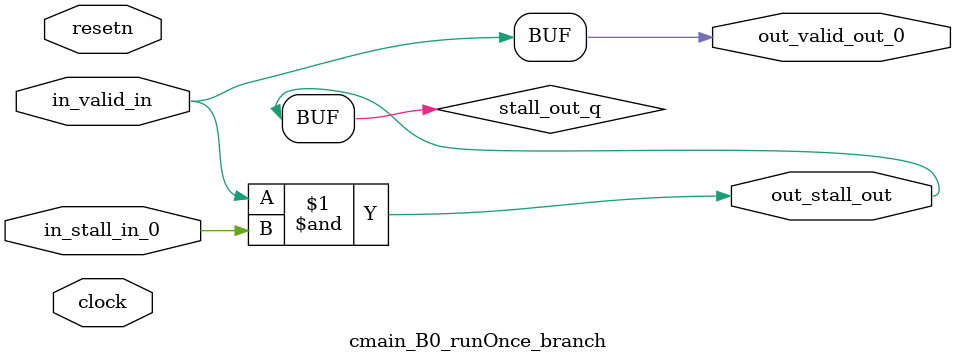
<source format=sv>



(* altera_attribute = "-name AUTO_SHIFT_REGISTER_RECOGNITION OFF; -name MESSAGE_DISABLE 10036; -name MESSAGE_DISABLE 10037; -name MESSAGE_DISABLE 14130; -name MESSAGE_DISABLE 14320; -name MESSAGE_DISABLE 15400; -name MESSAGE_DISABLE 14130; -name MESSAGE_DISABLE 10036; -name MESSAGE_DISABLE 12020; -name MESSAGE_DISABLE 12030; -name MESSAGE_DISABLE 12010; -name MESSAGE_DISABLE 12110; -name MESSAGE_DISABLE 14320; -name MESSAGE_DISABLE 13410; -name MESSAGE_DISABLE 113007; -name MESSAGE_DISABLE 10958" *)
module cmain_B0_runOnce_branch (
    input wire [0:0] in_stall_in_0,
    input wire [0:0] in_valid_in,
    output wire [0:0] out_stall_out,
    output wire [0:0] out_valid_out_0,
    input wire clock,
    input wire resetn
    );

    wire [0:0] stall_out_q;


    // stall_out(LOGICAL,6)
    assign stall_out_q = in_valid_in & in_stall_in_0;

    // out_stall_out(GPOUT,4)
    assign out_stall_out = stall_out_q;

    // out_valid_out_0(GPOUT,5)
    assign out_valid_out_0 = in_valid_in;

endmodule

</source>
